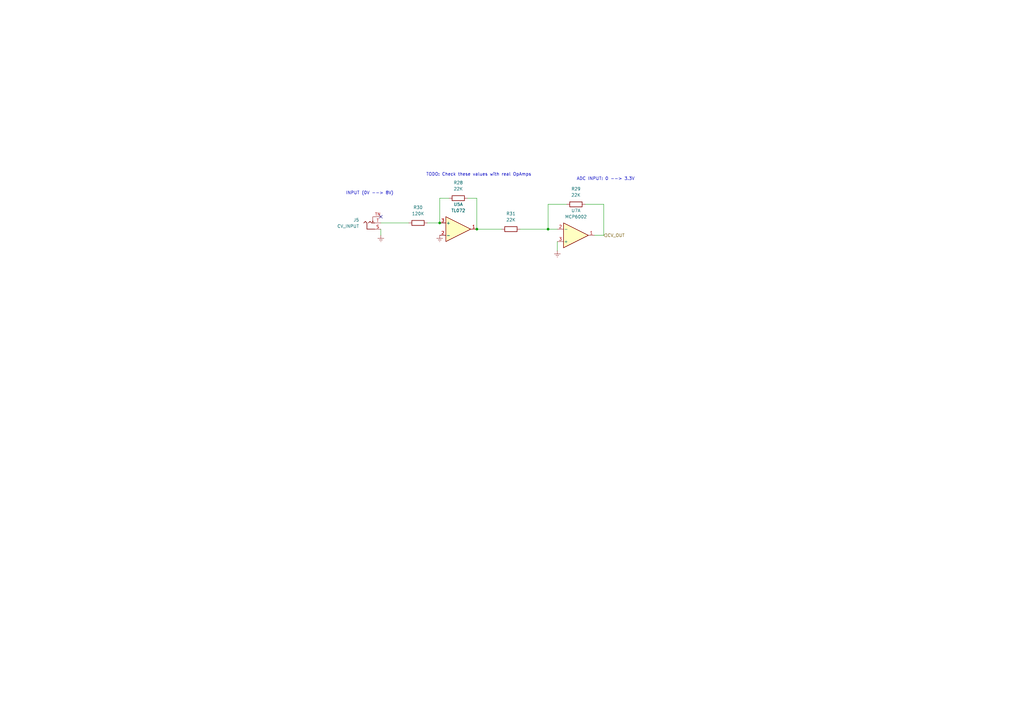
<source format=kicad_sch>
(kicad_sch (version 20231120) (generator "eeschema") (generator_version "8.0")
  (paper "A3")
  (lib_symbols
    (symbol "Amplifier_Operational:MCP6002-xSN" (pin_names (offset 0.127))
      (property "Reference" "U" (at 0 5.08 0))
      (property "Value" "MCP6002-xSN" (at 0 -5.08 0))
      (symbol "MCP6002-xSN_1_1"
        (polyline (pts (xy -5.08 5.08) (xy 5.08 0) (xy -5.08 -5.08) (xy -5.08 5.08)) (stroke (width 0.254)) (fill (type background)))
        (pin output line (at 7.62 0 180) (length 2.54) (name "~") (number "1"))
        (pin input line (at -7.62 -2.54 0) (length 2.54) (name "-") (number "2"))
        (pin input line (at -7.62 2.54 0) (length 2.54) (name "+") (number "3"))
      )
      (symbol "MCP6002-xSN_2_1"
        (polyline (pts (xy -5.08 5.08) (xy 5.08 0) (xy -5.08 -5.08) (xy -5.08 5.08)) (stroke (width 0.254)) (fill (type background)))
        (pin input line (at -7.62 2.54 0) (length 2.54) (name "+") (number "5"))
        (pin input line (at -7.62 -2.54 0) (length 2.54) (name "-") (number "6"))
        (pin output line (at 7.62 0 180) (length 2.54) (name "~") (number "7"))
      )
      (symbol "MCP6002-xSN_3_1"
        (pin power_in line (at -2.54 -7.62 90) (length 3.81) (name "V-") (number "4"))
        (pin power_in line (at -2.54 7.62 270) (length 3.81) (name "V+") (number "8"))
      )
    )
    (symbol "Amplifier_Operational:TL072" (pin_names (offset 0.127))
      (property "Reference" "U" (at 0 5.08 0))
      (property "Value" "TL072" (at 0 -5.08 0))
      (symbol "TL072_1_1"
        (polyline (pts (xy -5.08 5.08) (xy 5.08 0) (xy -5.08 -5.08) (xy -5.08 5.08)) (stroke (width 0.254)) (fill (type background)))
        (pin output line (at 7.62 0 180) (length 2.54) (name "~") (number "1"))
        (pin input line (at -7.62 -2.54 0) (length 2.54) (name "-") (number "2"))
        (pin input line (at -7.62 2.54 0) (length 2.54) (name "+") (number "3"))
      )
      (symbol "TL072_2_1"
        (polyline (pts (xy -5.08 5.08) (xy 5.08 0) (xy -5.08 -5.08) (xy -5.08 5.08)) (stroke (width 0.254)) (fill (type background)))
        (pin input line (at -7.62 2.54 0) (length 2.54) (name "+") (number "5"))
        (pin input line (at -7.62 -2.54 0) (length 2.54) (name "-") (number "6"))
        (pin output line (at 7.62 0 180) (length 2.54) (name "~") (number "7"))
      )
      (symbol "TL072_3_1"
        (pin power_in line (at -2.54 -7.62 90) (length 3.81) (name "V-") (number "4"))
        (pin power_in line (at -2.54 7.62 270) (length 3.81) (name "V+") (number "8"))
      )
    )
    (symbol "Device:R" (pin_numbers hide) (pin_names (offset 0))
      (property "Reference" "R" (at 2.032 0 90))
      (property "Value" "R" (at 0 0 90))
      (symbol "R_0_1"
        (rectangle (start -1.016 -2.54) (end 1.016 2.54) (stroke (width 0.254)))
      )
      (symbol "R_1_1"
        (pin passive line (at 0 3.81 270) (length 1.27) (name "~") (number "1"))
        (pin passive line (at 0 -3.81 90) (length 1.27) (name "~") (number "2"))
      )
    )
    (symbol "power:GNDREF" (power) (pin_numbers hide) (pin_names (offset 0) hide)
      (property "Value" "GNDREF" (at 0 -3.81 0))
      (symbol "GNDREF_0_1"
        (polyline (pts (xy -0.635 -1.905) (xy 0.635 -1.905)))
        (polyline (pts (xy -0.127 -2.54) (xy 0.127 -2.54)))
        (polyline (pts (xy 0 -1.27) (xy 0 0)))
        (polyline (pts (xy 1.27 -1.27) (xy -1.27 -1.27)))
      )
      (symbol "GNDREF_1_1"
        (pin power_in line (at 0 0 270) (length 0) (name "~") (number "1"))
      )
    )
    (symbol "synth:AudioJack_Mono_3.5mm"
      (property "Reference" "J" (at 0 8.89 0))
      (property "Value" "AudioJack_Mono_3.5mm" (at 0 6.35 0))
      (symbol "AudioJack_Mono_3.5mm_0_1"
        (polyline (pts (xy 1.778 -0.254) (xy 2.032 -0.762)))
        (polyline (pts (xy 0 0) (xy 0.635 -0.635) (xy 1.27 0) (xy 2.54 0)) (stroke (width 0.254)))
        (polyline (pts (xy 2.54 -2.54) (xy 1.778 -2.54) (xy 1.778 -0.254) (xy 1.524 -0.762)))
        (polyline (pts (xy 2.54 2.54) (xy -0.635 2.54) (xy -0.635 0) (xy -1.27 -0.635) (xy -1.905 0)) (stroke (width 0.254)))
      )
      (symbol "AudioJack_Mono_3.5mm_1_1"
        (pin passive line (at 5.08 2.54 180) (length 2.54) (name "~") (number "S"))
        (pin passive line (at 5.08 0 180) (length 2.54) (name "~") (number "T"))
        (pin passive line (at 5.08 -2.54 180) (length 2.54) (name "~") (number "TN"))
      )
    )
  )
  (junction (at 195.58 93.98))
  (junction (at 180.34 91.44))
  (junction (at 224.79 93.98))
  (no_connect (at 156.21 88.9))
  (wire (pts (xy 228.6 102.87) (xy 228.6 99.06)))
  (wire (pts (xy 213.36 93.98) (xy 224.79 93.98)))
  (wire (pts (xy 243.84 96.52) (xy 247.65 96.52)))
  (wire (pts (xy 224.79 93.98) (xy 228.6 93.98)))
  (wire (pts (xy 184.15 81.28) (xy 180.34 81.28)))
  (wire (pts (xy 167.64 91.44) (xy 156.21 91.44)))
  (wire (pts (xy 156.21 96.52) (xy 156.21 93.98)))
  (wire (pts (xy 224.79 83.82) (xy 224.79 93.98)))
  (wire (pts (xy 247.65 83.82) (xy 247.65 96.52)))
  (wire (pts (xy 195.58 81.28) (xy 195.58 93.98)))
  (wire (pts (xy 195.58 93.98) (xy 205.74 93.98)))
  (wire (pts (xy 240.03 83.82) (xy 247.65 83.82)))
  (wire (pts (xy 232.41 83.82) (xy 224.79 83.82)))
  (wire (pts (xy 175.26 91.44) (xy 180.34 91.44)))
  (wire (pts (xy 191.77 81.28) (xy 195.58 81.28)))
  (wire (pts (xy 180.34 81.28) (xy 180.34 91.44)))
  (text "INPUT (0V --> 8V)" (at 151.638 79.248 0) (effects (font (size 1.27 1.27))))
  (text "ADC INPUT: 0 --> 3.3V" (at 248.412 73.406 0) (effects (font (size 1.27 1.27))))
  (text "TODO: Check these values with real OpAmps" (at 196.342 71.628 0) (effects (font (size 1.27 1.27))))
  (hierarchical_label "CV_OUT" (shape input) (at 247.65 96.52 0))
  (symbol (lib_id "Amplifier_Operational:TL072") (at 187.96 93.98 0) (unit 1)
    (property "Reference" "U5" (at 187.96 83.82 0))
    (property "Value" "TL072" (at 187.96 86.36 0))
    (property "Footprint" "Synth:SOIC-8" (effects (hide yes)))
    (property "Datasheet" "http://www.ti.com/lit/ds/symlink/tl071.pdf" (effects (hide yes)))
    (property "Description" "Dual Low-Noise JFET-Input Operational Amplifiers, DIP-8/SOIC-8" (effects (hide yes)))
    (instances (project "quantizer" (path "" (reference "U5") (unit 1)) (path "" (reference "U5") (unit 2))))
  )
  (symbol (lib_id "synth:AudioJack_Mono_3.5mm") (at 151.13 91.44 0) (mirror x) (unit 1)
    (property "Reference" "J5" (at 147.32 90.2334 0) (effects (justify right)))
    (property "Value" "CV_INPUT" (at 147.32 92.7734 0) (effects (justify right)))
    (property "Footprint" "Synth:Jack_3.5mm_QingPu_WQP-PJ398SM_Vertical_CircularHoles" (effects (hide yes)))
    (property "Description" "Audio Jack, 2 Poles (Mono / TS), Switched T Pole (Normalling)" (effects (hide yes)))
    (instances (project "quantizer" (path "" (reference "J5") (unit 1)) (path "" (reference "J7") (unit 1))))
  )
  (symbol (lib_id "Device:R") (at 171.45 91.44 270) (unit 1)
    (property "Reference" "R30" (at 171.45 85.09 90))
    (property "Value" "120K" (at 171.45 87.63 90))
    (property "Footprint" "Resistor_SMD:R_0805_2012Metric_Pad1.20x1.40mm_HandSolder" (effects (hide yes)))
    (property "Description" "Resistor" (effects (hide yes)))
    (instances (project "quantizer" (path "" (reference "R30") (unit 1)) (path "" (reference "R39") (unit 1))))
  )
  (symbol (lib_id "Device:R") (at 209.55 93.98 270) (unit 1)
    (property "Reference" "R31" (at 209.55 87.63 90))
    (property "Value" "22K" (at 209.55 90.17 90))
    (property "Footprint" "Resistor_SMD:R_0805_2012Metric_Pad1.20x1.40mm_HandSolder" (effects (hide yes)))
    (property "Description" "Resistor" (effects (hide yes)))
    (instances (project "quantizer" (path "" (reference "R31") (unit 1)) (path "" (reference "R40") (unit 1))))
  )
  (symbol (lib_id "power:GNDREF") (at 228.6 102.87 0) (unit 1)
    (property "Reference" "#PWR060" (effects (hide yes)))
    (property "Value" "GNDREF" (effects (hide yes)))
    (property "Description" "Power symbol creates a global label with name \"GNDREF\" , reference supply ground" (effects (hide yes)))
    (instances (project "quantizer" (path "" (reference "#PWR060") (unit 1)) (path "" (reference "#PWR071") (unit 1))))
  )
  (symbol (lib_id "Amplifier_Operational:MCP6002-xSN") (at 236.22 96.52 0) (mirror x) (unit 1)
    (property "Reference" "U7" (at 236.22 86.36 0))
    (property "Value" "MCP6002" (at 236.22 88.9 0))
    (property "Footprint" "Synth:SOIC-8" (effects (hide yes)))
    (property "Datasheet" "http://ww1.microchip.com/downloads/en/DeviceDoc/21733j.pdf" (effects (hide yes)))
    (property "Description" "1MHz, Low-Power Op Amp, SOIC-8" (effects (hide yes)))
    (instances (project "quantizer" (path "" (reference "U7") (unit 1)) (path "" (reference "U7") (unit 2))))
  )
  (symbol (lib_id "power:GNDREF") (at 156.21 96.52 0) (unit 1)
    (property "Reference" "#PWR058" (effects (hide yes)))
    (property "Value" "GNDREF" (effects (hide yes)))
    (property "Description" "Power symbol creates a global label with name \"GNDREF\" , reference supply ground" (effects (hide yes)))
    (instances (project "quantizer" (path "" (reference "#PWR058") (unit 1)) (path "" (reference "#PWR069") (unit 1))))
  )
  (symbol (lib_id "power:GNDREF") (at 180.34 96.52 0) (unit 1)
    (property "Reference" "#PWR059" (effects (hide yes)))
    (property "Value" "GNDREF" (effects (hide yes)))
    (property "Description" "Power symbol creates a global label with name \"GNDREF\" , reference supply ground" (effects (hide yes)))
    (instances (project "quantizer" (path "" (reference "#PWR059") (unit 1)) (path "" (reference "#PWR070") (unit 1))))
  )
  (symbol (lib_id "Device:R") (at 236.22 83.82 270) (unit 1)
    (property "Reference" "R29" (at 236.22 77.47 90))
    (property "Value" "22K" (at 236.22 80.01 90))
    (property "Footprint" "Resistor_SMD:R_0805_2012Metric_Pad1.20x1.40mm_HandSolder" (effects (hide yes)))
    (property "Description" "Resistor" (effects (hide yes)))
    (instances (project "quantizer" (path "" (reference "R29") (unit 1)) (path "" (reference "R38") (unit 1))))
  )
  (symbol (lib_id "Device:R") (at 187.96 81.28 270) (unit 1)
    (property "Reference" "R28" (at 187.96 74.93 90))
    (property "Value" "22K" (at 187.96 77.47 90))
    (property "Footprint" "Resistor_SMD:R_0805_2012Metric_Pad1.20x1.40mm_HandSolder" (effects (hide yes)))
    (property "Description" "Resistor" (effects (hide yes)))
    (instances (project "quantizer" (path "" (reference "R28") (unit 1)) (path "" (reference "R37") (unit 1))))
  )
)
</source>
